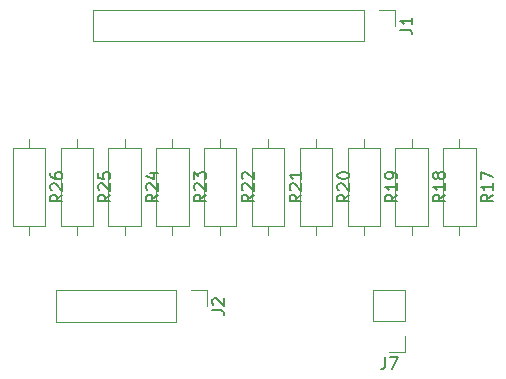
<source format=gbr>
%TF.GenerationSoftware,KiCad,Pcbnew,8.0.3*%
%TF.CreationDate,2024-07-19T22:27:01-04:00*%
%TF.ProjectId,DCPPowerBoard,44435050-6f77-4657-9242-6f6172642e6b,rev?*%
%TF.SameCoordinates,Original*%
%TF.FileFunction,Legend,Top*%
%TF.FilePolarity,Positive*%
%FSLAX46Y46*%
G04 Gerber Fmt 4.6, Leading zero omitted, Abs format (unit mm)*
G04 Created by KiCad (PCBNEW 8.0.3) date 2024-07-19 22:27:01*
%MOMM*%
%LPD*%
G01*
G04 APERTURE LIST*
%ADD10C,0.150000*%
%ADD11C,0.120000*%
G04 APERTURE END LIST*
D10*
X109694819Y-59812857D02*
X109218628Y-60146190D01*
X109694819Y-60384285D02*
X108694819Y-60384285D01*
X108694819Y-60384285D02*
X108694819Y-60003333D01*
X108694819Y-60003333D02*
X108742438Y-59908095D01*
X108742438Y-59908095D02*
X108790057Y-59860476D01*
X108790057Y-59860476D02*
X108885295Y-59812857D01*
X108885295Y-59812857D02*
X109028152Y-59812857D01*
X109028152Y-59812857D02*
X109123390Y-59860476D01*
X109123390Y-59860476D02*
X109171009Y-59908095D01*
X109171009Y-59908095D02*
X109218628Y-60003333D01*
X109218628Y-60003333D02*
X109218628Y-60384285D01*
X109694819Y-58860476D02*
X109694819Y-59431904D01*
X109694819Y-59146190D02*
X108694819Y-59146190D01*
X108694819Y-59146190D02*
X108837676Y-59241428D01*
X108837676Y-59241428D02*
X108932914Y-59336666D01*
X108932914Y-59336666D02*
X108980533Y-59431904D01*
X109123390Y-58289047D02*
X109075771Y-58384285D01*
X109075771Y-58384285D02*
X109028152Y-58431904D01*
X109028152Y-58431904D02*
X108932914Y-58479523D01*
X108932914Y-58479523D02*
X108885295Y-58479523D01*
X108885295Y-58479523D02*
X108790057Y-58431904D01*
X108790057Y-58431904D02*
X108742438Y-58384285D01*
X108742438Y-58384285D02*
X108694819Y-58289047D01*
X108694819Y-58289047D02*
X108694819Y-58098571D01*
X108694819Y-58098571D02*
X108742438Y-58003333D01*
X108742438Y-58003333D02*
X108790057Y-57955714D01*
X108790057Y-57955714D02*
X108885295Y-57908095D01*
X108885295Y-57908095D02*
X108932914Y-57908095D01*
X108932914Y-57908095D02*
X109028152Y-57955714D01*
X109028152Y-57955714D02*
X109075771Y-58003333D01*
X109075771Y-58003333D02*
X109123390Y-58098571D01*
X109123390Y-58098571D02*
X109123390Y-58289047D01*
X109123390Y-58289047D02*
X109171009Y-58384285D01*
X109171009Y-58384285D02*
X109218628Y-58431904D01*
X109218628Y-58431904D02*
X109313866Y-58479523D01*
X109313866Y-58479523D02*
X109504342Y-58479523D01*
X109504342Y-58479523D02*
X109599580Y-58431904D01*
X109599580Y-58431904D02*
X109647200Y-58384285D01*
X109647200Y-58384285D02*
X109694819Y-58289047D01*
X109694819Y-58289047D02*
X109694819Y-58098571D01*
X109694819Y-58098571D02*
X109647200Y-58003333D01*
X109647200Y-58003333D02*
X109599580Y-57955714D01*
X109599580Y-57955714D02*
X109504342Y-57908095D01*
X109504342Y-57908095D02*
X109313866Y-57908095D01*
X109313866Y-57908095D02*
X109218628Y-57955714D01*
X109218628Y-57955714D02*
X109171009Y-58003333D01*
X109171009Y-58003333D02*
X109123390Y-58098571D01*
X101594819Y-59812857D02*
X101118628Y-60146190D01*
X101594819Y-60384285D02*
X100594819Y-60384285D01*
X100594819Y-60384285D02*
X100594819Y-60003333D01*
X100594819Y-60003333D02*
X100642438Y-59908095D01*
X100642438Y-59908095D02*
X100690057Y-59860476D01*
X100690057Y-59860476D02*
X100785295Y-59812857D01*
X100785295Y-59812857D02*
X100928152Y-59812857D01*
X100928152Y-59812857D02*
X101023390Y-59860476D01*
X101023390Y-59860476D02*
X101071009Y-59908095D01*
X101071009Y-59908095D02*
X101118628Y-60003333D01*
X101118628Y-60003333D02*
X101118628Y-60384285D01*
X100690057Y-59431904D02*
X100642438Y-59384285D01*
X100642438Y-59384285D02*
X100594819Y-59289047D01*
X100594819Y-59289047D02*
X100594819Y-59050952D01*
X100594819Y-59050952D02*
X100642438Y-58955714D01*
X100642438Y-58955714D02*
X100690057Y-58908095D01*
X100690057Y-58908095D02*
X100785295Y-58860476D01*
X100785295Y-58860476D02*
X100880533Y-58860476D01*
X100880533Y-58860476D02*
X101023390Y-58908095D01*
X101023390Y-58908095D02*
X101594819Y-59479523D01*
X101594819Y-59479523D02*
X101594819Y-58860476D01*
X100594819Y-58241428D02*
X100594819Y-58146190D01*
X100594819Y-58146190D02*
X100642438Y-58050952D01*
X100642438Y-58050952D02*
X100690057Y-58003333D01*
X100690057Y-58003333D02*
X100785295Y-57955714D01*
X100785295Y-57955714D02*
X100975771Y-57908095D01*
X100975771Y-57908095D02*
X101213866Y-57908095D01*
X101213866Y-57908095D02*
X101404342Y-57955714D01*
X101404342Y-57955714D02*
X101499580Y-58003333D01*
X101499580Y-58003333D02*
X101547200Y-58050952D01*
X101547200Y-58050952D02*
X101594819Y-58146190D01*
X101594819Y-58146190D02*
X101594819Y-58241428D01*
X101594819Y-58241428D02*
X101547200Y-58336666D01*
X101547200Y-58336666D02*
X101499580Y-58384285D01*
X101499580Y-58384285D02*
X101404342Y-58431904D01*
X101404342Y-58431904D02*
X101213866Y-58479523D01*
X101213866Y-58479523D02*
X100975771Y-58479523D01*
X100975771Y-58479523D02*
X100785295Y-58431904D01*
X100785295Y-58431904D02*
X100690057Y-58384285D01*
X100690057Y-58384285D02*
X100642438Y-58336666D01*
X100642438Y-58336666D02*
X100594819Y-58241428D01*
X104629005Y-73584819D02*
X104629005Y-74299104D01*
X104629005Y-74299104D02*
X104581386Y-74441961D01*
X104581386Y-74441961D02*
X104486148Y-74537200D01*
X104486148Y-74537200D02*
X104343291Y-74584819D01*
X104343291Y-74584819D02*
X104248053Y-74584819D01*
X105009958Y-73584819D02*
X105676624Y-73584819D01*
X105676624Y-73584819D02*
X105248053Y-74584819D01*
X89997158Y-69583333D02*
X90711443Y-69583333D01*
X90711443Y-69583333D02*
X90854300Y-69630952D01*
X90854300Y-69630952D02*
X90949539Y-69726190D01*
X90949539Y-69726190D02*
X90997158Y-69869047D01*
X90997158Y-69869047D02*
X90997158Y-69964285D01*
X90092396Y-69154761D02*
X90044777Y-69107142D01*
X90044777Y-69107142D02*
X89997158Y-69011904D01*
X89997158Y-69011904D02*
X89997158Y-68773809D01*
X89997158Y-68773809D02*
X90044777Y-68678571D01*
X90044777Y-68678571D02*
X90092396Y-68630952D01*
X90092396Y-68630952D02*
X90187634Y-68583333D01*
X90187634Y-68583333D02*
X90282872Y-68583333D01*
X90282872Y-68583333D02*
X90425729Y-68630952D01*
X90425729Y-68630952D02*
X90997158Y-69202380D01*
X90997158Y-69202380D02*
X90997158Y-68583333D01*
X105904819Y-45833333D02*
X106619104Y-45833333D01*
X106619104Y-45833333D02*
X106761961Y-45880952D01*
X106761961Y-45880952D02*
X106857200Y-45976190D01*
X106857200Y-45976190D02*
X106904819Y-46119047D01*
X106904819Y-46119047D02*
X106904819Y-46214285D01*
X106904819Y-44833333D02*
X106904819Y-45404761D01*
X106904819Y-45119047D02*
X105904819Y-45119047D01*
X105904819Y-45119047D02*
X106047676Y-45214285D01*
X106047676Y-45214285D02*
X106142914Y-45309523D01*
X106142914Y-45309523D02*
X106190533Y-45404761D01*
X97544819Y-59812857D02*
X97068628Y-60146190D01*
X97544819Y-60384285D02*
X96544819Y-60384285D01*
X96544819Y-60384285D02*
X96544819Y-60003333D01*
X96544819Y-60003333D02*
X96592438Y-59908095D01*
X96592438Y-59908095D02*
X96640057Y-59860476D01*
X96640057Y-59860476D02*
X96735295Y-59812857D01*
X96735295Y-59812857D02*
X96878152Y-59812857D01*
X96878152Y-59812857D02*
X96973390Y-59860476D01*
X96973390Y-59860476D02*
X97021009Y-59908095D01*
X97021009Y-59908095D02*
X97068628Y-60003333D01*
X97068628Y-60003333D02*
X97068628Y-60384285D01*
X96640057Y-59431904D02*
X96592438Y-59384285D01*
X96592438Y-59384285D02*
X96544819Y-59289047D01*
X96544819Y-59289047D02*
X96544819Y-59050952D01*
X96544819Y-59050952D02*
X96592438Y-58955714D01*
X96592438Y-58955714D02*
X96640057Y-58908095D01*
X96640057Y-58908095D02*
X96735295Y-58860476D01*
X96735295Y-58860476D02*
X96830533Y-58860476D01*
X96830533Y-58860476D02*
X96973390Y-58908095D01*
X96973390Y-58908095D02*
X97544819Y-59479523D01*
X97544819Y-59479523D02*
X97544819Y-58860476D01*
X97544819Y-57908095D02*
X97544819Y-58479523D01*
X97544819Y-58193809D02*
X96544819Y-58193809D01*
X96544819Y-58193809D02*
X96687676Y-58289047D01*
X96687676Y-58289047D02*
X96782914Y-58384285D01*
X96782914Y-58384285D02*
X96830533Y-58479523D01*
X93494819Y-59812857D02*
X93018628Y-60146190D01*
X93494819Y-60384285D02*
X92494819Y-60384285D01*
X92494819Y-60384285D02*
X92494819Y-60003333D01*
X92494819Y-60003333D02*
X92542438Y-59908095D01*
X92542438Y-59908095D02*
X92590057Y-59860476D01*
X92590057Y-59860476D02*
X92685295Y-59812857D01*
X92685295Y-59812857D02*
X92828152Y-59812857D01*
X92828152Y-59812857D02*
X92923390Y-59860476D01*
X92923390Y-59860476D02*
X92971009Y-59908095D01*
X92971009Y-59908095D02*
X93018628Y-60003333D01*
X93018628Y-60003333D02*
X93018628Y-60384285D01*
X92590057Y-59431904D02*
X92542438Y-59384285D01*
X92542438Y-59384285D02*
X92494819Y-59289047D01*
X92494819Y-59289047D02*
X92494819Y-59050952D01*
X92494819Y-59050952D02*
X92542438Y-58955714D01*
X92542438Y-58955714D02*
X92590057Y-58908095D01*
X92590057Y-58908095D02*
X92685295Y-58860476D01*
X92685295Y-58860476D02*
X92780533Y-58860476D01*
X92780533Y-58860476D02*
X92923390Y-58908095D01*
X92923390Y-58908095D02*
X93494819Y-59479523D01*
X93494819Y-59479523D02*
X93494819Y-58860476D01*
X92590057Y-58479523D02*
X92542438Y-58431904D01*
X92542438Y-58431904D02*
X92494819Y-58336666D01*
X92494819Y-58336666D02*
X92494819Y-58098571D01*
X92494819Y-58098571D02*
X92542438Y-58003333D01*
X92542438Y-58003333D02*
X92590057Y-57955714D01*
X92590057Y-57955714D02*
X92685295Y-57908095D01*
X92685295Y-57908095D02*
X92780533Y-57908095D01*
X92780533Y-57908095D02*
X92923390Y-57955714D01*
X92923390Y-57955714D02*
X93494819Y-58527142D01*
X93494819Y-58527142D02*
X93494819Y-57908095D01*
X77294819Y-59812857D02*
X76818628Y-60146190D01*
X77294819Y-60384285D02*
X76294819Y-60384285D01*
X76294819Y-60384285D02*
X76294819Y-60003333D01*
X76294819Y-60003333D02*
X76342438Y-59908095D01*
X76342438Y-59908095D02*
X76390057Y-59860476D01*
X76390057Y-59860476D02*
X76485295Y-59812857D01*
X76485295Y-59812857D02*
X76628152Y-59812857D01*
X76628152Y-59812857D02*
X76723390Y-59860476D01*
X76723390Y-59860476D02*
X76771009Y-59908095D01*
X76771009Y-59908095D02*
X76818628Y-60003333D01*
X76818628Y-60003333D02*
X76818628Y-60384285D01*
X76390057Y-59431904D02*
X76342438Y-59384285D01*
X76342438Y-59384285D02*
X76294819Y-59289047D01*
X76294819Y-59289047D02*
X76294819Y-59050952D01*
X76294819Y-59050952D02*
X76342438Y-58955714D01*
X76342438Y-58955714D02*
X76390057Y-58908095D01*
X76390057Y-58908095D02*
X76485295Y-58860476D01*
X76485295Y-58860476D02*
X76580533Y-58860476D01*
X76580533Y-58860476D02*
X76723390Y-58908095D01*
X76723390Y-58908095D02*
X77294819Y-59479523D01*
X77294819Y-59479523D02*
X77294819Y-58860476D01*
X76294819Y-58003333D02*
X76294819Y-58193809D01*
X76294819Y-58193809D02*
X76342438Y-58289047D01*
X76342438Y-58289047D02*
X76390057Y-58336666D01*
X76390057Y-58336666D02*
X76532914Y-58431904D01*
X76532914Y-58431904D02*
X76723390Y-58479523D01*
X76723390Y-58479523D02*
X77104342Y-58479523D01*
X77104342Y-58479523D02*
X77199580Y-58431904D01*
X77199580Y-58431904D02*
X77247200Y-58384285D01*
X77247200Y-58384285D02*
X77294819Y-58289047D01*
X77294819Y-58289047D02*
X77294819Y-58098571D01*
X77294819Y-58098571D02*
X77247200Y-58003333D01*
X77247200Y-58003333D02*
X77199580Y-57955714D01*
X77199580Y-57955714D02*
X77104342Y-57908095D01*
X77104342Y-57908095D02*
X76866247Y-57908095D01*
X76866247Y-57908095D02*
X76771009Y-57955714D01*
X76771009Y-57955714D02*
X76723390Y-58003333D01*
X76723390Y-58003333D02*
X76675771Y-58098571D01*
X76675771Y-58098571D02*
X76675771Y-58289047D01*
X76675771Y-58289047D02*
X76723390Y-58384285D01*
X76723390Y-58384285D02*
X76771009Y-58431904D01*
X76771009Y-58431904D02*
X76866247Y-58479523D01*
X113744819Y-59812857D02*
X113268628Y-60146190D01*
X113744819Y-60384285D02*
X112744819Y-60384285D01*
X112744819Y-60384285D02*
X112744819Y-60003333D01*
X112744819Y-60003333D02*
X112792438Y-59908095D01*
X112792438Y-59908095D02*
X112840057Y-59860476D01*
X112840057Y-59860476D02*
X112935295Y-59812857D01*
X112935295Y-59812857D02*
X113078152Y-59812857D01*
X113078152Y-59812857D02*
X113173390Y-59860476D01*
X113173390Y-59860476D02*
X113221009Y-59908095D01*
X113221009Y-59908095D02*
X113268628Y-60003333D01*
X113268628Y-60003333D02*
X113268628Y-60384285D01*
X113744819Y-58860476D02*
X113744819Y-59431904D01*
X113744819Y-59146190D02*
X112744819Y-59146190D01*
X112744819Y-59146190D02*
X112887676Y-59241428D01*
X112887676Y-59241428D02*
X112982914Y-59336666D01*
X112982914Y-59336666D02*
X113030533Y-59431904D01*
X112744819Y-58527142D02*
X112744819Y-57860476D01*
X112744819Y-57860476D02*
X113744819Y-58289047D01*
X85394819Y-59812857D02*
X84918628Y-60146190D01*
X85394819Y-60384285D02*
X84394819Y-60384285D01*
X84394819Y-60384285D02*
X84394819Y-60003333D01*
X84394819Y-60003333D02*
X84442438Y-59908095D01*
X84442438Y-59908095D02*
X84490057Y-59860476D01*
X84490057Y-59860476D02*
X84585295Y-59812857D01*
X84585295Y-59812857D02*
X84728152Y-59812857D01*
X84728152Y-59812857D02*
X84823390Y-59860476D01*
X84823390Y-59860476D02*
X84871009Y-59908095D01*
X84871009Y-59908095D02*
X84918628Y-60003333D01*
X84918628Y-60003333D02*
X84918628Y-60384285D01*
X84490057Y-59431904D02*
X84442438Y-59384285D01*
X84442438Y-59384285D02*
X84394819Y-59289047D01*
X84394819Y-59289047D02*
X84394819Y-59050952D01*
X84394819Y-59050952D02*
X84442438Y-58955714D01*
X84442438Y-58955714D02*
X84490057Y-58908095D01*
X84490057Y-58908095D02*
X84585295Y-58860476D01*
X84585295Y-58860476D02*
X84680533Y-58860476D01*
X84680533Y-58860476D02*
X84823390Y-58908095D01*
X84823390Y-58908095D02*
X85394819Y-59479523D01*
X85394819Y-59479523D02*
X85394819Y-58860476D01*
X84728152Y-58003333D02*
X85394819Y-58003333D01*
X84347200Y-58241428D02*
X85061485Y-58479523D01*
X85061485Y-58479523D02*
X85061485Y-57860476D01*
X105644819Y-59812857D02*
X105168628Y-60146190D01*
X105644819Y-60384285D02*
X104644819Y-60384285D01*
X104644819Y-60384285D02*
X104644819Y-60003333D01*
X104644819Y-60003333D02*
X104692438Y-59908095D01*
X104692438Y-59908095D02*
X104740057Y-59860476D01*
X104740057Y-59860476D02*
X104835295Y-59812857D01*
X104835295Y-59812857D02*
X104978152Y-59812857D01*
X104978152Y-59812857D02*
X105073390Y-59860476D01*
X105073390Y-59860476D02*
X105121009Y-59908095D01*
X105121009Y-59908095D02*
X105168628Y-60003333D01*
X105168628Y-60003333D02*
X105168628Y-60384285D01*
X105644819Y-58860476D02*
X105644819Y-59431904D01*
X105644819Y-59146190D02*
X104644819Y-59146190D01*
X104644819Y-59146190D02*
X104787676Y-59241428D01*
X104787676Y-59241428D02*
X104882914Y-59336666D01*
X104882914Y-59336666D02*
X104930533Y-59431904D01*
X105644819Y-58384285D02*
X105644819Y-58193809D01*
X105644819Y-58193809D02*
X105597200Y-58098571D01*
X105597200Y-58098571D02*
X105549580Y-58050952D01*
X105549580Y-58050952D02*
X105406723Y-57955714D01*
X105406723Y-57955714D02*
X105216247Y-57908095D01*
X105216247Y-57908095D02*
X104835295Y-57908095D01*
X104835295Y-57908095D02*
X104740057Y-57955714D01*
X104740057Y-57955714D02*
X104692438Y-58003333D01*
X104692438Y-58003333D02*
X104644819Y-58098571D01*
X104644819Y-58098571D02*
X104644819Y-58289047D01*
X104644819Y-58289047D02*
X104692438Y-58384285D01*
X104692438Y-58384285D02*
X104740057Y-58431904D01*
X104740057Y-58431904D02*
X104835295Y-58479523D01*
X104835295Y-58479523D02*
X105073390Y-58479523D01*
X105073390Y-58479523D02*
X105168628Y-58431904D01*
X105168628Y-58431904D02*
X105216247Y-58384285D01*
X105216247Y-58384285D02*
X105263866Y-58289047D01*
X105263866Y-58289047D02*
X105263866Y-58098571D01*
X105263866Y-58098571D02*
X105216247Y-58003333D01*
X105216247Y-58003333D02*
X105168628Y-57955714D01*
X105168628Y-57955714D02*
X105073390Y-57908095D01*
X89444819Y-59812857D02*
X88968628Y-60146190D01*
X89444819Y-60384285D02*
X88444819Y-60384285D01*
X88444819Y-60384285D02*
X88444819Y-60003333D01*
X88444819Y-60003333D02*
X88492438Y-59908095D01*
X88492438Y-59908095D02*
X88540057Y-59860476D01*
X88540057Y-59860476D02*
X88635295Y-59812857D01*
X88635295Y-59812857D02*
X88778152Y-59812857D01*
X88778152Y-59812857D02*
X88873390Y-59860476D01*
X88873390Y-59860476D02*
X88921009Y-59908095D01*
X88921009Y-59908095D02*
X88968628Y-60003333D01*
X88968628Y-60003333D02*
X88968628Y-60384285D01*
X88540057Y-59431904D02*
X88492438Y-59384285D01*
X88492438Y-59384285D02*
X88444819Y-59289047D01*
X88444819Y-59289047D02*
X88444819Y-59050952D01*
X88444819Y-59050952D02*
X88492438Y-58955714D01*
X88492438Y-58955714D02*
X88540057Y-58908095D01*
X88540057Y-58908095D02*
X88635295Y-58860476D01*
X88635295Y-58860476D02*
X88730533Y-58860476D01*
X88730533Y-58860476D02*
X88873390Y-58908095D01*
X88873390Y-58908095D02*
X89444819Y-59479523D01*
X89444819Y-59479523D02*
X89444819Y-58860476D01*
X88444819Y-58527142D02*
X88444819Y-57908095D01*
X88444819Y-57908095D02*
X88825771Y-58241428D01*
X88825771Y-58241428D02*
X88825771Y-58098571D01*
X88825771Y-58098571D02*
X88873390Y-58003333D01*
X88873390Y-58003333D02*
X88921009Y-57955714D01*
X88921009Y-57955714D02*
X89016247Y-57908095D01*
X89016247Y-57908095D02*
X89254342Y-57908095D01*
X89254342Y-57908095D02*
X89349580Y-57955714D01*
X89349580Y-57955714D02*
X89397200Y-58003333D01*
X89397200Y-58003333D02*
X89444819Y-58098571D01*
X89444819Y-58098571D02*
X89444819Y-58384285D01*
X89444819Y-58384285D02*
X89397200Y-58479523D01*
X89397200Y-58479523D02*
X89349580Y-58527142D01*
X81344819Y-59812857D02*
X80868628Y-60146190D01*
X81344819Y-60384285D02*
X80344819Y-60384285D01*
X80344819Y-60384285D02*
X80344819Y-60003333D01*
X80344819Y-60003333D02*
X80392438Y-59908095D01*
X80392438Y-59908095D02*
X80440057Y-59860476D01*
X80440057Y-59860476D02*
X80535295Y-59812857D01*
X80535295Y-59812857D02*
X80678152Y-59812857D01*
X80678152Y-59812857D02*
X80773390Y-59860476D01*
X80773390Y-59860476D02*
X80821009Y-59908095D01*
X80821009Y-59908095D02*
X80868628Y-60003333D01*
X80868628Y-60003333D02*
X80868628Y-60384285D01*
X80440057Y-59431904D02*
X80392438Y-59384285D01*
X80392438Y-59384285D02*
X80344819Y-59289047D01*
X80344819Y-59289047D02*
X80344819Y-59050952D01*
X80344819Y-59050952D02*
X80392438Y-58955714D01*
X80392438Y-58955714D02*
X80440057Y-58908095D01*
X80440057Y-58908095D02*
X80535295Y-58860476D01*
X80535295Y-58860476D02*
X80630533Y-58860476D01*
X80630533Y-58860476D02*
X80773390Y-58908095D01*
X80773390Y-58908095D02*
X81344819Y-59479523D01*
X81344819Y-59479523D02*
X81344819Y-58860476D01*
X80344819Y-57955714D02*
X80344819Y-58431904D01*
X80344819Y-58431904D02*
X80821009Y-58479523D01*
X80821009Y-58479523D02*
X80773390Y-58431904D01*
X80773390Y-58431904D02*
X80725771Y-58336666D01*
X80725771Y-58336666D02*
X80725771Y-58098571D01*
X80725771Y-58098571D02*
X80773390Y-58003333D01*
X80773390Y-58003333D02*
X80821009Y-57955714D01*
X80821009Y-57955714D02*
X80916247Y-57908095D01*
X80916247Y-57908095D02*
X81154342Y-57908095D01*
X81154342Y-57908095D02*
X81249580Y-57955714D01*
X81249580Y-57955714D02*
X81297200Y-58003333D01*
X81297200Y-58003333D02*
X81344819Y-58098571D01*
X81344819Y-58098571D02*
X81344819Y-58336666D01*
X81344819Y-58336666D02*
X81297200Y-58431904D01*
X81297200Y-58431904D02*
X81249580Y-58479523D01*
D11*
%TO.C,R18*%
X105500000Y-55900000D02*
X105500000Y-62440000D01*
X105500000Y-62440000D02*
X108240000Y-62440000D01*
X106870000Y-55130000D02*
X106870000Y-55900000D01*
X106870000Y-63210000D02*
X106870000Y-62440000D01*
X108240000Y-55900000D02*
X105500000Y-55900000D01*
X108240000Y-62440000D02*
X108240000Y-55900000D01*
%TO.C,R20*%
X97400000Y-55900000D02*
X97400000Y-62440000D01*
X97400000Y-62440000D02*
X100140000Y-62440000D01*
X98770000Y-55130000D02*
X98770000Y-55900000D01*
X98770000Y-63210000D02*
X98770000Y-62440000D01*
X100140000Y-55900000D02*
X97400000Y-55900000D01*
X100140000Y-62440000D02*
X100140000Y-55900000D01*
%TO.C,J7*%
X103632339Y-70530000D02*
X103632339Y-67930000D01*
X106292339Y-67930000D02*
X103632339Y-67930000D01*
X106292339Y-70530000D02*
X103632339Y-70530000D01*
X106292339Y-70530000D02*
X106292339Y-67930000D01*
X106292339Y-71800000D02*
X106292339Y-73130000D01*
X106292339Y-73130000D02*
X104962339Y-73130000D01*
%TO.C,J2*%
X76722339Y-67920000D02*
X76722339Y-70580000D01*
X86942339Y-67920000D02*
X76722339Y-67920000D01*
X86942339Y-67920000D02*
X86942339Y-70580000D01*
X86942339Y-70580000D02*
X76722339Y-70580000D01*
X88212339Y-67920000D02*
X89542339Y-67920000D01*
X89542339Y-67920000D02*
X89542339Y-69250000D01*
%TO.C,J1*%
X79930000Y-44170000D02*
X79930000Y-46830000D01*
X102850000Y-44170000D02*
X79930000Y-44170000D01*
X102850000Y-44170000D02*
X102850000Y-46830000D01*
X102850000Y-46830000D02*
X79930000Y-46830000D01*
X104120000Y-44170000D02*
X105450000Y-44170000D01*
X105450000Y-44170000D02*
X105450000Y-45500000D01*
%TO.C,R21*%
X93350000Y-55900000D02*
X93350000Y-62440000D01*
X93350000Y-62440000D02*
X96090000Y-62440000D01*
X94720000Y-55130000D02*
X94720000Y-55900000D01*
X94720000Y-63210000D02*
X94720000Y-62440000D01*
X96090000Y-55900000D02*
X93350000Y-55900000D01*
X96090000Y-62440000D02*
X96090000Y-55900000D01*
%TO.C,R22*%
X89300000Y-55900000D02*
X89300000Y-62440000D01*
X89300000Y-62440000D02*
X92040000Y-62440000D01*
X90670000Y-55130000D02*
X90670000Y-55900000D01*
X90670000Y-63210000D02*
X90670000Y-62440000D01*
X92040000Y-55900000D02*
X89300000Y-55900000D01*
X92040000Y-62440000D02*
X92040000Y-55900000D01*
%TO.C,R26*%
X73100000Y-55900000D02*
X73100000Y-62440000D01*
X73100000Y-62440000D02*
X75840000Y-62440000D01*
X74470000Y-55130000D02*
X74470000Y-55900000D01*
X74470000Y-63210000D02*
X74470000Y-62440000D01*
X75840000Y-55900000D02*
X73100000Y-55900000D01*
X75840000Y-62440000D02*
X75840000Y-55900000D01*
%TO.C,R17*%
X109550000Y-55900000D02*
X109550000Y-62440000D01*
X109550000Y-62440000D02*
X112290000Y-62440000D01*
X110920000Y-55130000D02*
X110920000Y-55900000D01*
X110920000Y-63210000D02*
X110920000Y-62440000D01*
X112290000Y-55900000D02*
X109550000Y-55900000D01*
X112290000Y-62440000D02*
X112290000Y-55900000D01*
%TO.C,R24*%
X81200000Y-55900000D02*
X81200000Y-62440000D01*
X81200000Y-62440000D02*
X83940000Y-62440000D01*
X82570000Y-55130000D02*
X82570000Y-55900000D01*
X82570000Y-63210000D02*
X82570000Y-62440000D01*
X83940000Y-55900000D02*
X81200000Y-55900000D01*
X83940000Y-62440000D02*
X83940000Y-55900000D01*
%TO.C,R19*%
X101450000Y-55900000D02*
X101450000Y-62440000D01*
X101450000Y-62440000D02*
X104190000Y-62440000D01*
X102820000Y-55130000D02*
X102820000Y-55900000D01*
X102820000Y-63210000D02*
X102820000Y-62440000D01*
X104190000Y-55900000D02*
X101450000Y-55900000D01*
X104190000Y-62440000D02*
X104190000Y-55900000D01*
%TO.C,R23*%
X85250000Y-55900000D02*
X85250000Y-62440000D01*
X85250000Y-62440000D02*
X87990000Y-62440000D01*
X86620000Y-55130000D02*
X86620000Y-55900000D01*
X86620000Y-63210000D02*
X86620000Y-62440000D01*
X87990000Y-55900000D02*
X85250000Y-55900000D01*
X87990000Y-62440000D02*
X87990000Y-55900000D01*
%TO.C,R25*%
X77150000Y-55900000D02*
X77150000Y-62440000D01*
X77150000Y-62440000D02*
X79890000Y-62440000D01*
X78520000Y-55130000D02*
X78520000Y-55900000D01*
X78520000Y-63210000D02*
X78520000Y-62440000D01*
X79890000Y-55900000D02*
X77150000Y-55900000D01*
X79890000Y-62440000D02*
X79890000Y-55900000D01*
%TD*%
M02*

</source>
